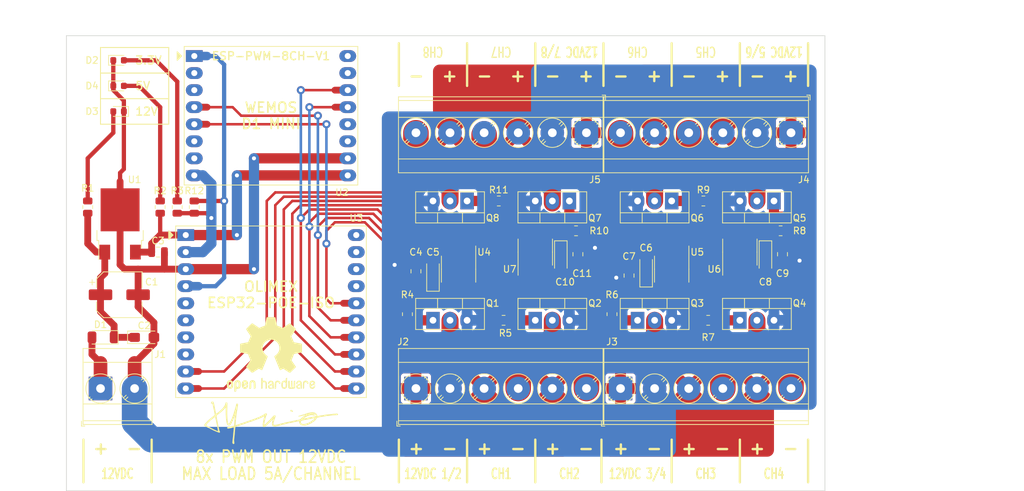
<source format=kicad_pcb>
(kicad_pcb (version 20211014) (generator pcbnew)
  (title_block (title "ESP 6 Relay Module"))
  (layers (0 "F.Cu" signal) (31 "B.Cu" signal) (34 "B.Paste" user) (35 "F.Paste" user) (36 "B.SilkS" user "B.Silkscreen") (37 "F.SilkS" user "F.Silkscreen") (38 "B.Mask" user) (39 "F.Mask" user) (44 "Edge.Cuts" user))
  (net 0 "")
  (net 1 "+12VA")
  (net 2 "GNDREF")
  (net 3 "+5V")
  (net 4 "+12V")
  (net 5 "Net-(D2-Pad2)")
  (net 6 "Net-(D3-Pad2)")
  (net 7 "Net-(D4-Pad2)")
  (net 8 "+VA")
  (net 9 "+VB")
  (net 10 "+VC")
  (net 11 "Net-(J2-Pad4)")
  (net 12 "Net-(Q1-Pad1)")
  (net 13 "Net-(Q2-Pad1)")
  (net 14 "Net-(Q3-Pad1)")
  (net 15 "Net-(Q4-Pad1)")
  (net 16 "+3V3")
  (net 17 "Net-(J2-Pad6)")
  (net 20 "Net-(R8-Pad2)")
  (net 21 "Net-(R9-Pad2)")
  (net 22 "Net-(R12-Pad2)")
  (net 25 "+VD")
  (net 26 "Net-(J3-Pad4)")
  (net 28 "Net-(J3-Pad6)")
  (net 29 "Net-(J4-Pad4)")
  (net 30 "Net-(U2-Pad4)")
  (net 31 "Net-(U2-Pad5)")
  (net 37 "Net-(R6-Pad2)")
  (net 38 "Net-(R7-Pad2)")
  (net 41 "Net-(J4-Pad6)")
  (net 42 "Net-(J5-Pad4)")
  (net 43 "Net-(J5-Pad6)")
  (net 44 "Net-(Q5-Pad1)")
  (net 45 "Net-(Q6-Pad1)")
  (net 46 "Net-(Q7-Pad1)")
  (net 47 "Net-(Q8-Pad1)")
  (net 48 "Net-(R10-Pad2)")
  (net 49 "Net-(R11-Pad2)")
  (net 52 "Net-(U2-Pad13)")
  (net 53 "Net-(U2-Pad14)")
  (net 58 "Net-(R4-Pad2)")
  (net 59 "Net-(R5-Pad2)")
  (net 60 "Net-(U3-Pad9)")
  (net 61 "Net-(U3-Pad10)")
  (net 62 "Net-(U3-Pad11)")
  (net 63 "Net-(U3-Pad12)")
  (footprint "Tales:Olimex_ESP32-POE_Pads" (layer "F.Cu") (at 82.55 93.98)
    (fp_text reference "U3")
    (fp_text value "Olimex_ESP32-POE")
  )
  (footprint "Tales:SOIC-8_3.9x4.9mm_P1.27mm" (layer "F.Cu") (at 165.1 96.52 90)
    (fp_text reference "U6")
    (fp_text value "IR4427")
  )
  (footprint "Tales:C_0805_2012Metric" (layer "F.Cu") (at 171.45 96.835 -90)
    (fp_text reference "C9")
    (fp_text value "0,1uF/50V/0805")
  )
  (footprint "Tales:LED_0603_1608Metric" (layer "F.Cu") (at 72.5425 71.755)
    (fp_text reference "D4")
    (fp_text value "GREEN/0603")
  )
  (footprint "Tales:TO-220-3_Vertical" (layer "F.Cu") (at 134.62 106.68)
    (fp_text reference "Q2")
    (fp_text value "IRLB8721PBF")
  )
  (footprint "Tales:R_0805_2012Metric" (layer "F.Cu") (at 81.28 89.8125 90)
    (fp_text reference "R3")
    (fp_text value "270R/0,125W/0805")
  )
  (footprint "Tales:TerminalBlock_Phoenix_MKDS-3-6-5.08_1x06_P5.08mm_Horizontal" (layer "F.Cu") (at 142.24 78.74 180)
    (fp_text reference "J5")
    (fp_text value "CH7/8")
  )
  (footprint "Tales:SOIC-8_3.9x4.9mm_P1.27mm" (layer "F.Cu") (at 134.62 96.52 90)
    (fp_text reference "U7")
    (fp_text value "IR4427")
  )
  (footprint "Tales:R_0805_2012Metric" (layer "F.Cu") (at 129.8975 106.68 180)
    (fp_text reference "R5")
    (fp_text value "22R/0,125W/0805")
  )
  (footprint "Tales:C_0805_2012Metric" (layer "F.Cu") (at 116.84 99.375 90)
    (fp_text reference "C4")
    (fp_text value "0,1uF/50V/0805")
  )
  (footprint "Tales:TO-220-3_Vertical" (layer "F.Cu") (at 119.38 106.68)
    (fp_text reference "Q1")
    (fp_text value "IRLB8721PBF")
  )
  (footprint "Tales:TO-252-2" (layer "F.Cu") (at 72.765 92.32 90)
    (fp_text reference "U1")
    (fp_text value "L78M05")
  )
  (footprint "Tales:SOIC-8_3.9x4.9mm_P1.27mm" (layer "F.Cu") (at 123.19 99.06 -90)
    (fp_text reference "U4")
    (fp_text value "IR4427")
  )
  (footprint "Tales:CP_EIA-3216-18_Kemet-A_Pad1.58x1.35mm_HandSolder" (layer "F.Cu") (at 151.13 99.2275 90)
    (fp_text reference "C6")
    (fp_text value "1uF 35V")
  )
  (footprint "Tales:R_0805_2012Metric" (layer "F.Cu") (at 146.05 105.7675 90)
    (fp_text reference "R6")
    (fp_text value "22R/0,125W/0805")
  )
  (footprint "Tales:TO-220-3_Vertical" (layer "F.Cu") (at 139.7 88.9 180)
    (fp_text reference "Q7")
    (fp_text value "IRLB8721PBF")
  )
  (footprint "Tales:R_0805_2012Metric" (layer "F.Cu") (at 78.74 89.8125 90)
    (fp_text reference "R2")
    (fp_text value "680R/0,125W/0805")
  )
  (footprint "Tales:R_0805_2012Metric" (layer "F.Cu") (at 83.82 89.8125 90)
    (fp_text reference "R12")
    (fp_text value "4k7/0,125W/0805")
  )
  (footprint "Tales:TO-220-3_Vertical" (layer "F.Cu") (at 165.1 106.68)
    (fp_text reference "Q4")
    (fp_text value "IRLB8721PBF")
  )
  (footprint "Tales:R_0805_2012Metric" (layer "F.Cu") (at 140.6925 93.345 180)
    (fp_text reference "R10")
    (fp_text value "22R/0,125W/0805")
  )
  (footprint "Tales:C_0805_2012Metric" (layer "F.Cu") (at 148.59 100.015 90)
    (fp_text reference "C7")
    (fp_text value "0,1uF/50V/0805")
  )
  (footprint "Tales:CP_EIA-3216-18_Kemet-A_Pad1.58x1.35mm_HandSolder" (layer "F.Cu") (at 138.43 97.3225 -90)
    (fp_text reference "C10")
    (fp_text value "1uF 35V")
  )
  (footprint "Tales:TerminalBlock_Phoenix_MKDS-3-6-5.08_1x06_P5.08mm_Horizontal" (layer "F.Cu") (at 147.32 116.84)
    (fp_text reference "J3")
    (fp_text value "CH3/4")
  )
  (footprint "Tales:TO-220-3_Vertical" (layer "F.Cu") (at 149.86 106.68)
    (fp_text reference "Q3")
    (fp_text value "IRLB8721PBF")
  )
  (footprint "Tales:LED_0603_1608Metric" (layer "F.Cu") (at 72.5425 75.565 180)
    (fp_text reference "D3")
    (fp_text value "GREEN/0603")
  )
  (footprint "Tales:R_0805_2012Metric" (layer "F.Cu") (at 160.3775 106.68 180)
    (fp_text reference "R7")
    (fp_text value "22R/0,125W/0805")
  )
  (footprint "Tales:TerminalBlock_Phoenix_MKDS-3-6-5.08_1x06_P5.08mm_Horizontal" (layer "F.Cu") (at 116.84 116.84)
    (fp_text reference "J2")
    (fp_text value "CH1/2")
  )
  (footprint "Tales:R_0805_2012Metric" (layer "F.Cu") (at 171.1725 93.345 180)
    (fp_text reference "R8")
    (fp_text value "22R/0,125W/0805")
  )
  (footprint "Tales:CP_Elec_6.3x5.4" (layer "F.Cu") (at 72.65 102.87)
    (fp_text reference "C1")
    (fp_text value "47uF/35V/6,3x5,4")
  )
  (footprint "Tales:CP_EIA-3216-18_Kemet-A_Pad1.58x1.35mm_HandSolder" (layer "F.Cu") (at 76.3675 109.22)
    (fp_text reference "C2")
    (fp_text value "0,33uF/35V")
  )
  (footprint "Tales:CP_EIA-3216-18_Kemet-A_Pad1.58x1.35mm_HandSolder" (layer "F.Cu") (at 119.38 99.8625 90)
    (fp_text reference "C5")
    (fp_text value "1uF 35V")
  )
  (footprint "Tales:TerminalBlock_Phoenix_MKDS-3-6-5.08_1x06_P5.08mm_Horizontal" (layer "F.Cu") (at 172.72 78.74 180)
    (fp_text reference "J4")
    (fp_text value "CH5/6")
  )
  (footprint "Tales:WEMOS_D1_mini_light_pads" (layer "F.Cu") (at 83.82 67.31)
    (fp_text reference "U2")
    (fp_text value "WeMos_D1_mini")
  )
  (footprint "Tales:SOIC-8_3.9x4.9mm_P1.27mm" (layer "F.Cu") (at 154.94 99.06 -90)
    (fp_text reference "U5")
    (fp_text value "IR4427")
  )
  (footprint "Tales:D_SOD-123" (layer "F.Cu") (at 70.23 109.22 180)
    (fp_text reference "D1")
    (fp_text value "SM4007PL/SOD-123")
  )
  (footprint "Tales:LED_0603_1608Metric" (layer "F.Cu") (at 72.5425 67.945)
    (fp_text reference "D2")
    (fp_text value "GREEN/0603")
  )
  (footprint "Tales:C_0805_2012Metric" (layer "F.Cu") (at 140.97 96.835 -90)
    (fp_text reference "C11")
    (fp_text value "0,1uF/50V/0805")
  )
  (footprint "Tales:TO-220-3_Vertical" (layer "F.Cu") (at 170.18 88.9 180)
    (fp_text reference "Q5")
    (fp_text value "IRLB8721PBF")
  )
  (footprint "Tales:CP_EIA-3216-18_Kemet-A_Pad1.58x1.35mm_HandSolder" (layer "F.Cu") (at 168.91 97.3225 -90)
    (fp_text reference "C8")
    (fp_text value "1uF 35V")
  )
  (footprint "Tales:C_0805_2012Metric" (layer "F.Cu") (at 78.42 96.52)
    (fp_text reference "C3")
    (fp_text value "0,1uF/50V/0805")
  )
  (footprint "Tales:R_0805_2012Metric" (layer "F.Cu") (at 115.57 105.7675 90)
    (fp_text reference "R4")
    (fp_text value "22R/0,125W/0805")
  )
  (footprint "Tales:TO-220-3_Vertical" (layer "F.Cu") (at 154.94 88.9 180)
    (fp_text reference "Q6")
    (fp_text value "IRLB8721PBF")
  )
  (footprint "Tales:TO-220-3_Vertical" (layer "F.Cu") (at 124.46 88.9 180)
    (fp_text reference "Q8")
    (fp_text value "IRLB8721PBF")
  )
  (footprint "Tales:R_0805_2012Metric" (layer "F.Cu") (at 67.945 89.8125 90)
    (fp_text reference "R1")
    (fp_text value "2k2/0,125W/0805")
  )
  (footprint "Tales:R_0805_2012Metric" (layer "F.Cu") (at 159.6625 88.9)
    (fp_text reference "R9")
    (fp_text value "22R/0,125W/0805")
  )
  (footprint "Tales:R_0805_2012Metric" (layer "F.Cu") (at 129.1825 88.9)
    (fp_text reference "R11")
    (fp_text value "22R/0,125W/0805")
  )
  (footprint "Tales:TMaschio_20mm" (layer "F.Cu") (at 95.25 121.92)
    (fp_text reference "G***" hide)
    (fp_text value "LOGO" hide)
  )
  (footprint "Tales:TerminalBlock_Phoenix_MKDS-3-2-5.08_1x02_P5.08mm_Horizontal" (layer "F.Cu") (at 69.85 116.84)
    (fp_text reference "J1")
    (fp_text value "12VDC")
  )
  (footprint "Symbol:OSHW-Logo2_14.6x12mm_SilkScreen" (layer "F.Cu") (at 95.25 111.76)
    (fp_text reference "REF**" hide)
    (fp_text value "OSHW-Logo2_14.6x12mm_SilkScreen" hide)
  )
  (gr_line (start 69.85 69.85) (end 80.01 69.85) (layer "F.SilkS") (width 0.15))
  (gr_line (start 80.01 77.47) (end 80.01 66.04) (layer "F.SilkS") (width 0.15))
  (gr_line (start 69.85 77.47) (end 80.01 77.47) (layer "F.SilkS") (width 0.15))
  (gr_line (start 80.01 66.04) (end 69.85 66.04) (layer "F.SilkS") (width 0.15))
  (gr_line (start 69.85 73.66) (end 80.01 73.66) (layer "F.SilkS") (width 0.15))
  (gr_line (start 69.85 66.04) (end 69.85 77.47) (layer "F.SilkS") (width 0.15))
  (gr_line (start 165.1 65.405) (end 165.1 71.755) (layer "F.SilkS") (width 0.35))
  (gr_line (start 175.26 65.405) (end 175.26 71.755) (layer "F.SilkS") (width 0.35))
  (gr_line (start 134.62 124.46) (end 134.62 130.81) (layer "F.SilkS") (width 0.35))
  (gr_line (start 114.3 124.46) (end 114.3 130.81) (layer "F.SilkS") (width 0.35))
  (gr_line (start 165.1 124.46) (end 165.1 130.81) (layer "F.SilkS") (width 0.35))
  (gr_line (start 144.78 65.405) (end 144.78 71.755) (layer "F.SilkS") (width 0.35))
  (gr_line (start 154.94 124.46) (end 154.94 130.81) (layer "F.SilkS") (width 0.35))
  (gr_line (start 144.48 124.46) (end 144.48 130.81) (layer "F.SilkS") (width 0.35))
  (gr_line (start 175.26 124.46) (end 175.26 130.81) (layer "F.SilkS") (width 0.35))
  (gr_line (start 124.46 124.46) (end 124.46 130.81) (layer "F.SilkS") (width 0.35))
  (gr_line (start 114.3 65.405) (end 114.3 71.755) (layer "F.SilkS") (width 0.35))
  (gr_line (start 134.62 65.405) (end 134.62 71.755) (layer "F.SilkS") (width 0.35))
  (gr_line (start 154.94 65.405) (end 154.94 71.755) (layer "F.SilkS") (width 0.35))
  (gr_line (start 124.46 65.405) (end 124.46 71.755) (layer "F.SilkS") (width 0.35))
  (gr_line (start 67.31 124.46) (end 67.31 130.81) (layer "F.SilkS") (width 0.35))
  (gr_line (start 77.47 124.46) (end 77.47 130.81) (layer "F.SilkS") (width 0.35))
  (gr_line (start 64.77 132.08) (end 177.77 132.08) (layer "Edge.Cuts") (width 0.1))
  (gr_line (start 177.77 64.28) (end 64.77 64.28) (layer "Edge.Cuts") (width 0.1))
  (gr_line (start 177.77 132.08) (end 177.77 64.28) (layer "Edge.Cuts") (width 0.1))
  (gr_line (start 64.77 64.28) (end 64.77 132.08) (layer "Edge.Cuts") (width 0.1))
  (gr_text "12VDC" (at 72.39 129.54) (layer "F.SilkS") (effects (font (size 1.5 1) (thickness 0.25))))
  (gr_text "8x PWM OUT 12VDC" (at 95.25 127) (layer "F.SilkS") (effects (font (size 1.8 1.5) (thickness 0.25))))
  (gr_text "12V" (at 74.93 75.565) (layer "F.SilkS") (effects (font (size 1.2 1.2) (thickness 0.2)) (justify left)))
  (gr_text "5V" (at 74.93 71.755) (layer "F.SilkS") (effects (font (size 1.2 1.2) (thickness 0.2)) (justify left)))
  (gr_text "3.3V" (at 74.93 67.945) (layer "F.SilkS") (effects (font (size 1.2 1.2) (thickness 0.2)) (justify left)))
  (gr_text "OLIMEX\nESP32-POE-ISO" (at 95.25 102.87) (layer "F.SilkS") (effects (font (size 1.5 1.5) (thickness 0.25))))
  (gr_text "MAX LOAD 5A/CHANNEL" (at 95.25 129.54) (layer "F.SilkS") (effects (font (size 1.8 1.5) (thickness 0.25))))
  (gr_text "+  -" (at 129.54 125.73) (layer "F.SilkS") (effects (font (size 1.8 1.8) (thickness 0.35))))
  (gr_text "CH5" (at 160.02 66.675 180) (layer "F.SilkS") (effects (font (size 1.5 1) (thickness 0.2))))
  (gr_text "CH2" (at 139.7 129.54) (layer "F.SilkS") (effects (font (size 1.5 1) (thickness 0.25))))
  (gr_text "CH8" (at 119.38 66.675 180) (layer "F.SilkS") (effects (font (size 1.5 1) (thickness 0.2))))
  (gr_text "12VDC 7/8" (at 139.7 66.675 180) (layer "F.SilkS") (effects (font (size 1.5 1) (thickness 0.25))))
  (gr_text "CH3" (at 160.02 129.54) (layer "F.SilkS") (effects (font (size 1.5 1) (thickness 0.25))))
  (gr_text "+  -" (at 160.02 125.73) (layer "F.SilkS") (effects (font (size 1.8 1.8) (thickness 0.35))))
  (gr_text "+  -" (at 160.02 70.485 180) (layer "F.SilkS") (effects (font (size 1.8 1.8) (thickness 0.35))))
  (gr_text "+  -" (at 170.18 125.73) (layer "F.SilkS") (effects (font (size 1.8 1.8) (thickness 0.35))))
  (gr_text "+  -" (at 149.86 125.73) (layer "F.SilkS") (effects (font (size 1.8 1.8) (thickness 0.35))))
  (gr_text "+  -" (at 170.18 70.485 180) (layer "F.SilkS") (effects (font (size 1.8 1.8) (thickness 0.35))))
  (gr_text "12VDC 1/2" (at 119.38 129.54) (layer "F.SilkS") (effects (font (size 1.5 1) (thickness 0.25))))
  (gr_text "+  -" (at 72.39 125.73) (layer "F.SilkS") (effects (font (size 1.8 1.8) (thickness 0.35))))
  (gr_text "+  -" (at 119.38 70.485 180) (layer "F.SilkS") (effects (font (size 1.8 1.8) (thickness 0.35))))
  (gr_text "+  -" (at 149.86 70.485 180) (layer "F.SilkS") (effects (font (size 1.8 1.8) (thickness 0.35))))
  (gr_text "+  -" (at 139.7 70.485 180) (layer "F.SilkS") (effects (font (size 1.8 1.8) (thickness 0.35))))
  (gr_text "WEMOS\nD1 MINI" (at 95.25 76.2) (layer "F.SilkS") (effects (font (size 1.5 1.5) (thickness 0.25))))
  (gr_text "+  -" (at 129.54 70.485 180) (layer "F.SilkS") (effects (font (size 1.8 1.8) (thickness 0.35))))
  (gr_text "12VDC 5/6" (at 170.18 66.675 180) (layer "F.SilkS") (effects (font (size 1.5 1) (thickness 0.25))))
  (gr_text "CH4" (at 170.18 129.54) (layer "F.SilkS") (effects (font (size 1.5 1) (thickness 0.25))))
  (gr_text "CH6" (at 149.86 66.675 180) (layer "F.SilkS") (effects (font (size 1.5 1) (thickness 0.2))))
  (gr_text "+  -" (at 119.38 125.73) (layer "F.SilkS") (effects (font (size 1.8 1.8) (thickness 0.35))))
  (gr_text "CH7" (at 129.54 66.675 180) (layer "F.SilkS") (effects (font (size 1.5 1) (thickness 0.2))))
  (gr_text "CH1" (at 129.54 129.54) (layer "F.SilkS") (effects (font (size 1.5 1) (thickness 0.25))))
  (gr_text "+  -" (at 139.7 125.73) (layer "F.SilkS") (effects (font (size 1.8 1.8) (thickness 0.35))))
  (gr_text "ESP-PWM-8CH-V1" (at 95.25 67.31) (layer "F.SilkS") (effects (font (size 1.2 1.2) (thickness 0.2))))
  (gr_text "12VDC 3/4" (at 149.86 129.54) (layer "F.SilkS") (effects (font (size 1.5 1) (thickness 0.25))))
  (segment (start 71.88 107.44) (end 69.85 105.41) (width 1.016) (layer "F.Cu") (net 1))
  (segment (start 70.485 96.52) (end 70.485 99.695) (width 1.016) (layer "F.Cu") (net 1))
  (segment (start 67.945 95.25) (end 67.945 90.805) (width 1.016) (layer "F.Cu") (net 1))
  (segment (start 70.485 96.52) (end 69.215 96.52) (width 1.016) (layer "F.Cu") (net 1))
  (segment (start 69.85 105.41) (end 69.85 102.87) (width 1.016) (layer "F.Cu") (net 1))
  (segment (start 70.485 99.695) (end 69.85 100.33) (width 1.016) (layer "F.Cu") (net 1))
  (segment (start 71.88 109.22) (end 71.88 107.44) (width 1.016) (layer "F.Cu") (net 1))
  (segment (start 69.85 100.33) (end 69.85 102.87) (width 1.016) (layer "F.Cu") (net 1))
  (segment (start 69.215 96.52) (end 67.945 95.25) (width 1.016) (layer "F.Cu") (net 1))
  (segment (start 71.88 109.22) (end 74.93 109.22) (width 1.016) (layer "F.Cu") (net 1))
  (segment (start 154.305 97.79) (end 153.67 98.425) (width 0.635) (layer "F.Cu") (net 2))
  (segment (start 79.375 99.06) (end 73.43 99.06) (width 1.016) (layer "F.Cu") (net 2))
  (segment (start 169.885 97.785) (end 168.91 98.76) (width 0.635) (layer "F.Cu") (net 2))
  (segment (start 147.95 99.065) (end 148.59 99.065) (width 0.635) (layer "F.Cu") (net 2))
  (segment (start 140.97 97.785) (end 139.405 97.785) (width 0.635) (layer "F.Cu") (net 2))
  (segment (start 77.805 107.015) (end 75.45 104.66) (width 1.016) (layer "F.Cu") (net 2))
  (segment (start 71.755 71.755) (end 71.755 72.39) (width 0.635) (layer "F.Cu") (net 2))
  (segment (start 77.805 109.22) (end 77.805 110.155) (width 1.016) (layer "F.Cu") (net 2))
  (segment (start 72.765 84.715) (end 72.765 85.985) (width 0.635) (layer "F.Cu") (net 2))
  (segment (start 73.33 84.15) (end 72.765 84.715) (width 0.635) (layer "F.Cu") (net 2))
  (segment (start 73.33 75.565) (end 73.33 84.15) (width 0.635) (layer "F.Cu") (net 2))
  (segment (start 72.765 85.985) (end 72.765 90.22) (width 1.016) (layer "F.Cu") (net 2))
  (segment (start 71.755 67.945) (end 71.755 71.755) (width 0.635) (layer "F.Cu") (net 2))
  (segment (start 79.375 99.06) (end 82.55 99.06) (width 1.016) (layer "F.Cu") (net 2))
  (segment (start 82.55 99.06) (end 92.71 99.06) (width 1.524) (layer "F.Cu") (net 2))
  (segment (start 139.405 97.785) (end 138.43 98.76) (width 0.635) (layer "F.Cu") (net 2))
  (segment (start 92.71 82.55) (end 106.68 82.55) (width 1.524) (layer "F.Cu") (net 2))
  (segment (start 143.51 95.885) (end 141.61 97.785) (width 0.635) (layer "F.Cu") (net 2))
  (segment (start 173.995 97.785) (end 171.45 97.785) (width 0.635) (layer "F.Cu") (net 2))
  (segment (start 79.37 96.52) (end 79.37 99.055) (width 1.016) (layer "F.Cu") (net 2))
  (segment (start 74.93 116.84) (end 74.93 113.03) (width 2.032) (layer "F.Cu") (net 2))
  (segment (start 165.735 98.995) (end 165.735 100.33) (width 0.635) (layer "F.Cu") (net 2))
  (segment (start 137.16 97.155) (end 138.43 98.425) (width 0.635) (layer "F.Cu") (net 2))
  (segment (start 166.37 100.965) (end 168.275 100.965) (width 0.635) (layer "F.Cu") (net 2))
  (segment (start 151.765 98.425) (end 151.13 97.79) (width 0.635) (layer "F.Cu") (net 2))
  (segment (start 135.255 97.79) (end 135.89 97.155) (width 0.635) (layer "F.Cu") (net 2))
  (segment (start 141.61 97.785) (end 140.97 97.785) (width 0.635) (layer "F.Cu") (net 2))
  (segment (start 121.92 98.425) (end 119.38 98.425) (width 0.635) (layer "F.Cu") (net 2))
  (segment (start 72.765 98.395) (end 72.765 90.22) (width 1.016) (layer "F.Cu") (net 2))
  (segment (start 135.255 98.995) (end 135.255 97.79) (width 0.635) (layer "F.Cu") (net 2))
  (segment (start 171.45 97.785) (end 169.885 97.785) (width 0.635) (layer "F.Cu") (net 2))
  (segment (start 73.33 73.965) (end 73.33 75.565) (width 0.635) (layer "F.Cu") (net 2))
  (segment (start 168.91 100.33) (end 168.91 98.76) (width 0.635) (layer "F.Cu") (net 2))
  (segment (start 119.38 98.425) (end 116.84 98.425) (width 0.635) (layer "F.Cu") (net 2))
  (segment (start 77.805 110.155) (end 74.93 113.03) (width 1.016) (layer "F.Cu") (net 2))
  (segment (start 122.555 97.79) (end 121.92 98.425) (width 0.635) (layer "F.Cu") (net 2))
  (segment (start 135.89 97.155) (end 137.16 97.155) (width 0.635) (layer "F.Cu") (net 2))
  (segment (start 75.45 102.87) (end 75.45 99.06) (width 1.016) (layer "F.Cu") (net 2))
  (segment (start 122.555 96.585) (end 122.555 97.79) (width 0.635) (layer "F.Cu") (net 2))
  (segment (start 148.59 99.065) (end 149.855 99.065) (width 0.635) (layer "F.Cu") (net 2))
  (segment (start 79.37 99.055) (end 79.375 99.06) (width 1.016) (layer "F.Cu") (net 2))
  (segment (start 154.305 96.585) (end 154.305 97.79) (width 0.635) (layer "F.Cu") (net 2))
  (segment (start 77.805 109.22) (end 77.805 107.015) (width 1.016) (layer "F.Cu") (net 2))
  (segment (start 165.735 100.33) (end 166.37 100.965) (width 0.635) (layer "F.Cu") (net 2))
  (segment (start 168.275 100.965) (end 168.91 100.33) (width 0.635) (layer "F.Cu") (net 2))
  (segment (start 146.685 100.33) (end 147.95 99.065) (width 0.635) (layer "F.Cu") (net 2))
  (segment (start 75.45 104.66) (end 75.45 102.87) (width 1.016) (layer "F.Cu") (net 2))
  (segment (start 71.755 72.39) (end 73.33 73.965) (width 0.635) (layer "F.Cu") (net 2))
  (segment (start 73.43 99.06) (end 72.765 98.395) (width 1.016) (layer "F.Cu") (net 2))
  (segment (start 113.665 98.425) (end 116.84 98.425) (width 0.635) (layer "F.Cu") (net 2))
  (segment (start 153.67 98.425) (end 151.765 98.425) (width 0.635) (layer "F.Cu") (net 2))
  (segment (start 149.855 99.065) (end 151.13 97.79) (width 0.635) (layer "F.Cu") (net 2))
  (via (at 173.99 97.79) (size 1.2) (drill 0.6) (layers "F.Cu" "B.Cu") (net 2))
  (via (at 92.71 82.55) (size 1.2) (drill 0.6) (layers "F.Cu" "B.Cu") (net 2))
  (via (at 92.71 99.06) (size 1.2) (drill 0.6) (layers "F.Cu" "B.Cu") (net 2))
  (via (at 146.685 100.33) (size 1.2) (drill 0.6) (layers "F.Cu" "B.Cu") (net 2))
  (via (at 113.665 98.425) (size 1.2) (drill 0.6) (layers "F.Cu" "B.Cu") (net 2))
  (via (at 143.51 95.885) (size 1.2) (drill 0.6) (layers "F.Cu" "B.Cu") (net 2))
  (segment (start 154.94 111.76) (end 152.4 111.76) (width 1.524) (layer "B.Cu") (net 2))
  (segment (start 139.7 109.22) (end 137.16 111.76) (width 1.524) (layer "B.Cu") (net 2))
  (segment (start 121.92 124.46) (end 149.86 124.46) (width 1.524) (layer "B.Cu") (net 2))
  (segment (start 113.665 124.46) (end 121.92 124.46) (width 3.81) (layer "B.Cu") (net 2))
  (segment (start 167.64 111.76) (end 154.94 111.76) (width 1.524) (layer "B.Cu") (net 2))
  (segment (start 124.46 106.68) (end 124.46 111.76) (width 1.524) (layer "B.Cu") (net 2))
  (segment (start 77.47 124.46) (end 74.93 121.92) (width 3.81) (layer "B.Cu") (net 2))
  (segment (start 139.7 106.68) (end 139.7 109.22) (width 1.524) (layer "B.Cu") (net 2))
  (segment (start 167.64 78.74) (end 167.64 83.82) (width 1.524) (layer "B.Cu") (net 2))
  (segment (start 146.685 100.33) (end 146.685 109.22) (width 1.524) (layer "B.Cu") (net 2))
  (segment (start 134.62 83.82) (end 137.16 83.82) (width 1.524) (layer "B.Cu") (net 2))
  (segment (start 149.86 124.46) (end 152.4 121.92) (width 1.524) (layer "B.Cu") (net 2))
  (segment (start 143.51 95.885) (end 143.51 86.36) (width 1.524) (layer "B.Cu") (net 2))
  (segment (start 149.225 111.76) (end 152.4 111.76) (width 1.524) (layer "B.Cu") (net 2))
  (segment (start 139.7 71.12) (end 137.16 73.66) (width 1.524) (layer "B.Cu") (net 2))
  (segment (start 113.665 98.425) (end 113.665 109.22) (width 1.524) (layer "B.Cu") (net 2))
  (segment (start 170.18 106.68) (end 170.18 109.22) (width 1.524) (layer "B.Cu") (net 2))
  (segment (start 152.4 116.84) (end 152.4 111.76) (width 1.524) (layer "B.Cu") (net 2))
  (segment (start 167.64 73.66) (end 165.1 71.12) (width 1.524) (layer "B.Cu") (net 2))
  (segment (start 113.665 109.22) (end 116.205 111.76) (width 1.524) (layer "B.Cu") (net 2))
  (segment (start 113.665 86.995) (end 116.84 83.82) (width 1.524) (layer "B.Cu") (net 2))
  (segment (start 134.62 88.9) (end 134.62 83.82) (width 1.524) (layer "B.Cu") (net 2))
  (segment (start 137.16 111.76) (end 124.46 111.76) (width 1.524) (layer "B.Cu") (net 2))
  (segment (start 137.16 78.74) (end 137.16 83.82) (width 1.524) (layer "B.Cu") (net 2))
  (segment (start 149.86 86.36) (end 152.4 83.82) (width 1.524) (layer "B.Cu") (net 2))
  (segment (start 165.1 83.82) (end 167.64 83.82) (width 1.524) (layer "B.Cu") (net 2))
  (segment (start 116.205 111.76) (end 121.92 111.76) (width 1.524) (layer "B.Cu") (net 2))
  (segment (start 119.38 88.9) (end 119.38 83.82) (width 1.524) (layer "B.Cu") (net 2))
  (segment (start 121.92 111.76) (end 121.92 116.84) (width 1.524) (layer "B.Cu") (net 2))
  (segment (start 74.93 121.92) (end 74.93 116.84) (width 3.81) (layer "B.Cu") (net 2))
  (segment (start 152.4 83.82) (end 165.1 83.82) (width 1.524) (layer "B.Cu") (net 2))
  (segment (start 165.1 88.9) (end 165.1 83.82) (width 1.524) (layer "B.Cu") (net 2))
  (segment (start 119.38 83.82) (end 134.62 83.82) (width 1.524) (layer "B.Cu") (net 2))
  (segment (start 170.18 109.22) (end 167.64 111.76) (width 1.524) (layer "B.Cu") (net 2))
  (segment (start 121.92 116.84) (end 121.92 124.46) (width 1.524) (layer "B.Cu") (net 2))
  (segment (start 137.16 73.66) (end 137.16 78.74) (width 1.524) (layer "B.Cu") (net 2))
  (segment (start 116.84 83.82) (end 119.38 83.82) (width 1.524) (layer "B.Cu") (net 2))
  (segment (start 113.665 86.995) (end 113.665 98.425) (width 1.524) (layer "B.Cu") (net 2))
  (segment (start 173.99 97.79) (end 173.99 86.36) (width 1.524) (layer "B.Cu") (net 2))
  (segment (start 121.92 111.76) (end 124.46 111.76) (width 1.524) (layer "B.Cu") (net 2))
  (segment (start 143.51 86.36) (end 140.97 83.82) (width 1.524) (layer "B.Cu") (net 2))
  (segment (start 140.97 83.82) (end 137.16 83.82) (width 1.524) (layer "B.Cu") (net 2))
  (segment (start 77.47 124.46) (end 113.665 124.46) (width 3.81) (layer "B.Cu") (net 2))
  (segment (start 171.45 83.82) (end 167.64 83.82) (width 1.524) (layer "B.Cu") (net 2))
  (segment (start 152.4 121.92) (end 152.4 116.84) (width 1.524) (layer "B.Cu") (net 2))
  (segment (start 167.64 78.74) (end 167.64 73.66) (width 1.524) (layer "B.Cu") (net 2))
  (segment (start 149.86 88.9) (end 149.86 86.36) (width 1.524) (layer "B.Cu") (net 2))
  (segment (start 165.1 71.12) (end 139.7 71.12) (width 1.524) (layer "B.Cu") (net 2))
  (segment (start 146.685 109.22) (end 149.225 111.76) (width 1.524) (layer "B.Cu") (net 2))
  (segment (start 173.99 86.36) (end 171.45 83.82) (width 1.524) (layer "B.Cu") (net 2))
  (segment (start 154.94 106.68) (end 154.94 111.76) (width 1.524) (layer "B.Cu") (net 2))
  (segment (start 92.71 99.06) (end 92.71 82.55) (width 1.524) (layer "B.Cu") (net 2))
  (segment (start 78.74 93.98) (end 82.55 93.98) (width 1.016) (layer "F.Cu") (net 3))
  (segment (start 77.47 95.25) (end 78.74 93.98) (width 1.016) (layer "F.Cu") (net 3))
  (segment (start 77.47 96.52) (end 77.47 95.25) (width 1.016) (layer "F.Cu") (net 3))
  (segment (start 90.17 93.98) (end 82.55 93.98) (width 1.524) (layer "F.Cu") (net 3))
  (segment (start 78.74 90.725) (end 78.74 93.98) (width 0.635) (layer "F.Cu") (net 3))
  (segment (start 106.68 85.09) (end 90.17 85.09) (width 1.524) (layer "F.Cu") (net 3))
  (segment (start 75.045 96.52) (end 77.47 96.52) (width 1.016) (layer "F.Cu") (net 3))
  (via (at 90.17 85.09) (size 1.2) (drill 0.6) (layers "F.Cu" "B.Cu") (net 3))
  (via (at 90.17 93.98) (size 1.2) (drill 0.6) (layers "F.Cu" "B.Cu") (net 3))
  (segment (start 90.17 85.09) (end 90.17 93.98) (width 1.524) (layer "B.Cu") (net 3))
  (segment (start 69.85 116.84) (end 69.85 113.03) (width 2.032) (layer "F.Cu") (net 4))
  (segment (start 68.58 109.22) (end 68.58 111.76) (width 1.016) (layer "F.Cu") (net 4))
  (segment (start 68.58 111.76) (end 69.85 113.03) (width 1.016) (layer "F.Cu") (net 4))
  (segment (start 78.105 67.945) (end 81.28 71.12) (width 0.635) (layer "F.Cu") (net 5))
  (segment (start 81.28 71.12) (end 81.28 88.9) (width 0.635) (layer "F.Cu") (net 5))
  (segment (start 73.33 67.945) (end 78.105 67.945) (width 0.635) (layer "F.Cu") (net 5))
  (segment (start 71.755 75.565) (end 71.755 78.74) (width 0.635) (layer "F.Cu") (net 6))
  (segment (start 71.755 78.74) (end 67.945 82.55) (width 0.635) (layer "F.Cu") (net 6))
  (segment (start 67.945 82.55) (end 67.945 88.9) (width 0.635) (layer "F.Cu") (net 6))
  (segment (start 73.33 71.755) (end 75.565 71.755) (width 0.635) (layer "F.Cu") (net 7))
  (segment (start 75.565 71.755) (end 78.74 74.93) (width 0.635) (layer "F.Cu") (net 7))
  (segment (start 78.74 74.93) (end 78.74 88.9) (width 0.635) (layer "F.Cu") (net 7))
  (segment (start 116.84 116.84) (end 116.84 121.92) (width 1.524) (layer "F.Cu") (net 8))
  (segment (start 119.38 100.33) (end 120.015 100.33) (width 0.635) (layer "F.Cu") (net 8))
  (segment (start 116.84 121.92) (end 119.38 124.46) (width 1.524) (layer "F.Cu") (net 8))
  (segment (start 134.62 124.46) (end 137.16 121.92) (width 1.524) (layer "F.Cu") (net 8))
  (segment (start 116.84 116.84) (end 116.84 111.76) (width 1.524) (layer "F.Cu") (net 8))
  (segment (start 115.575 100.325) (end 116.84 100.325) (width 0.635) (layer "F.Cu") (net 8))
  (segment (start 120.015 100.33) (end 120.65 99.695) (width 0.635) (layer "F.Cu") (net 8))
  (segment (start 137.16 121.92) (end 137.16 116.84) (width 1.524) (layer "F.Cu") (net 8))
  (segment (start 116.84 100.325) (end 118.11 100.33) (width 0.635) (layer "F.Cu") (net 8))
  (segment (start 121.92 99.695) (end 120.65 99.695) (width 0.635) (layer "F.Cu") (net 8))
  (segment (start 116.84 111.76) (end 113.665 108.585) (width 1.524) (layer "F.Cu") (net 8))
  (segment (start 118.11 100.33) (end 119.38 100.33) (width 0.635) (layer "F.Cu") (net 8))
  (segment (start 127 116.84) (end 127 124.46) (width 1.524) (layer "F.Cu") (net 8))
  (segment (start 122.555 101.535) (end 122.555 100.33) (width 0.635) (layer "F.Cu") (net 8))
  (segment (start 113.665 108.585) (end 113.665 102.235) (width 1.524) (layer "F.Cu") (net 8))
  (segment (start 122.555 100.33) (end 121.92 99.695) (width 0.635) (layer "F.Cu") (net 8))
  (segment (start 113.665 102.235) (end 115.575 100.325) (width 0.635) (layer "F.Cu") (net 8))
  (segment (start 119.38 100.33) (end 119.38 101.3) (width 0.635) (layer "F.Cu") (net 8))
  (segment (start 119.38 124.46) (end 134.62 124.46) (width 1.524) (layer "F.Cu") (net 8))
  (segment (start 147.32 121.92) (end 149.86 124.46) (width 1.524) (layer "F.Cu") (net 9))
  (segment (start 148.59 100.965) (end 150.83 100.965) (width 0.635) (layer "F.Cu") (net 9))
  (segment (start 154.305 101.535) (end 154.305 100.33) (width 0.635) (layer "F.Cu") (net 9))
  (segment (start 154.305 100.33) (end 153.67 99.695) (width 0.635) (layer "F.Cu") (net 9))
  (segment (start 153.67 99.695) (end 152.1 99.695) (width 0.635) (layer "F.Cu") (net 9))
  (segment (start 152.1 99.695) (end 151.13 100.665) (width 0.635) (layer "F.Cu") (net 9))
  (segment (start 147.32 110.49) (end 147.32 116.84) (width 1.524) (layer "F.Cu") (net 9))
  (segment (start 147.955 102.87) (end 145.415 102.87) (width 0.635) (layer "F.Cu") (net 9))
  (segment (start 147.32 116.84) (end 147.32 121.92) (width 1.524) (layer "F.Cu") (net 9))
  (segment (start 148.59 102.235) (end 147.955 102.87) (width 0.635) (layer "F.Cu") (net 9))
  (segment (start 145.415 102.87) (end 144.145 104.14) (width 0.635) (layer "F.Cu") (net 9))
  (segment (start 149.86 124.46) (end 165.1 124.46) (width 1.524) (layer "F.Cu") (net 9))
  (segment (start 148.59 100.965) (end 148.59 102.235) (width 0.635) (layer "F.Cu") (net 9))
  (segment (start 144.145 104.14) (end 144.145 107.315) (width 1.524) (layer "F.Cu") (net 9))
  (segment (start 165.1 124.46) (end 167.64 121.92) (width 1.524) (layer "F.Cu") (net 9))
  (segment (start 144.145 107.315) (end 147.32 110.49) (width 1.524) (layer "F.Cu") (net 9))
  (segment (start 157.48 116.84) (end 157.48 124.46) (width 1.524) (layer "F.Cu") (net 9))
  (segment (start 167.64 121.92) (end 167.64 116.84) (width 1.524) (layer "F.Cu") (net 9))
  (segment (start 173.99 85.09) (end 172.72 83.82) (width 1.524) (layer "F.Cu") (net 10))
  (segment (start 171.45 95.885) (end 172.72 95.885) (width 0.635) (layer "F.Cu") (net 10))
  (segment (start 162.56 71.12) (end 162.56 78.74) (width 1.524) (layer "F.Cu") (net 10))
  (segment (start 173.99 94.615) (end 173.99 85.09) (width 1.524) (layer "F.Cu") (net 10))
  (segment (start 152.4 74.93) (end 152.4 78.74) (width 1.524) (layer "F.Cu") (net 10))
  (segment (start 172.72 78.74) (end 172.72 74.93) (width 1.524) (layer "F.Cu") (net 10))
  (segment (start 168.91 71.12) (end 162.56 71.12) (width 1.524) (layer "F.Cu") (net 10))
  (segment (start 172.72 95.885) (end 173.99 94.615) (width 0.635) (layer "F.Cu") (net 10))
  (segment (start 162.56 71.12) (end 156.21 71.12) (width 1.524) (layer "F.Cu") (net 10))
  (segment (start 172.72 74.93) (end 168.91 71.12) (width 1.524) (layer "F.Cu") (net 10))
  (segment (start 165.735 94.769676) (end 165.735 94.045) (width 0.635) (layer "F.Cu") (net 10))
  (segment (start 168.91 95.885) (end 166.850324 95.885) (width 0.635) (layer "F.Cu") (net 10))
  (segment (start 172.72 83.82) (end 172.72 78.74) (width 1.524) (layer "F.Cu") (net 10))
  (segment (start 156.21 71.12) (end 152.4 74.93) (width 1.524) (layer "F.Cu") (net 10))
  (segment (start 166.850324 95.885) (end 165.735 94.769676) (width 0.635) (layer "F.Cu") (net 10))
  (segment (start 171.45 95.885) (end 168.91 95.885) (width 0.635) (layer "F.Cu") (net 10))
  (segment (start 121.92 106.68) (end 121.92 111.125) (width 2.54) (layer "F.Cu") (net 11))
  (segment (start 129.54 111.125) (end 132.08 113.665) (width 3.81) (layer "F.Cu") (net 11))
  (segment (start 132.08 113.665) (end 132.08 116.84) (width 3.81) (layer "F.Cu") (net 11))
  (segment (start 121.92 111.125) (end 129.54 111.125) (width 3.81) (layer "F.Cu") (net 11))
  (segment (start 117.475 106.68) (end 119.38 106.68) (width 1.524) (layer "F.Cu") (net 12))
  (segment (start 115.57 106.68) (end 117.475 106.68) (width 0.635) (layer "F.Cu") (net 12))
  (segment (start 130.81 106.68) (end 132.715 106.68) (width 0.635) (layer "F.Cu") (net 13))
  (segment (start 132.715 106.68) (end 134.62 106.68) (width 1.524) (layer "F.Cu") (net 13))
  (segment (start 146.05 106.68) (end 147.955 106.68) (width 0.635) (layer "F.Cu") (net 14))
  (segment (start 147.955 106.68) (end 149.86 106.68) (width 1.524) (layer "F.Cu") (net 14))
  (segment (start 161.29 106.68) (end 163.195 106.68) (width 0.635) (layer "F.Cu") (net 15))
  (segment (start 163.195 106.68) (end 165.1 106.68) (width 1.524) (layer "F.Cu") (net 15))
  (segment (start 86.36 91.44) (end 85.645 90.725) (width 0.635) (layer "F.Cu") (net 16))
  (segment (start 85.645 90.725) (end 81.28 90.725) (width 0.635) (layer "F.Cu") (net 16))
  (via (at 86.36 91.44) (size 1.2) (drill 0.6) (layers "F.Cu" "B.Cu") (net 16))
  (segment (start 86.36 91.44) (end 86.36 95.25) (width 1.524) (layer "B.Cu") (net 16))
  (segment (start 85.09 85.09) (end 83.82 85.09) (width 1.524) (layer "B.Cu") (net 16))
  (segment (start 86.36 91.44) (end 86.36 86.36) (width 1.524) (layer "B.Cu") (net 16))
  (segment (start 85.09 96.52) (end 82.55 96.52) (width 1.524) (layer "B.Cu") (net 16))
  (segment (start 86.36 86.36) (end 85.09 85.09) (width 1.524) (layer "B.Cu") (net 16))
  (segment (start 86.36 95.25) (end 85.09 96.52) (width 1.524) (layer "B.Cu") (net 16))
  (segment (start 140.335 111.125) (end 137.16 111.125) (width 3.81) (layer "F.Cu") (net 17))
  (segment (start 142.24 116.84) (end 142.24 113.03) (width 3.81) (layer "F.Cu") (net 17))
  (segment (start 137.16 106.68) (end 137.16 111.125) (width 2.54) (layer "F.Cu") (net 17))
  (segment (start 142.24 113.03) (end 140.335 111.125) (width 3.81) (layer "F.Cu") (net 17))
  (segment (start 168.21 94.045) (end 168.91 93.345) (width 0.635) (layer "F.Cu") (net 20))
  (segment (start 167.005 94.045) (end 168.21 94.045) (width 0.635) (layer "F.Cu") (net 20))
  (segment (start 168.91 93.345) (end 170.26 93.345) (width 0.635) (layer "F.Cu") (net 20))
  (segment (start 164.465 94.045) (end 164.465 92.075) (width 0.635) (layer "F.Cu") (net 21))
  (segment (start 164.465 92.075) (end 163.83 91.44) (width 0.635) (layer "F.Cu") (net 21))
  (segment (start 163.83 91.44) (end 161.29 91.44) (width 0.635) (layer "F.Cu") (net 21))
  (segment (start 160.575 90.725) (end 160.575 88.9) (width 0.635) (layer "F.Cu") (net 21))
  (segment (start 161.29 91.44) (end 160.575 90.725) (width 0.635) (layer "F.Cu") (net 21))
  (segment (start 83.82 88.9) (end 88.265 88.9) (width 0.635) (layer "F.Cu") (net 22))
  (via (at 88.265 88.9) (size 1.2) (drill 0.6) (layers "F.Cu" "B.Cu") (net 22))
  (segment (start 88.265 100.33) (end 88.265 88.9) (width 0.635) (layer "B.Cu") (net 22))
  (segment (start 85.725 67.31) (end 86.995 67.31) (width 0.635) (layer "B.Cu") (net 22))
  (segment (start 84.455 101.6) (end 86.995 101.6) (width 0.635) (layer "B.Cu") (net 22))
  (segment (start 84.455 101.6) (end 82.55 101.6) (width 1.27) (layer "B.Cu") (net 22))
  (segment (start 88.265 68.58) (end 88.265 88.9) (width 0.635) (layer "B.Cu") (net 22))
  (segment (start 86.995 67.31) (end 88.265 68.58) (width 0.635) (layer "B.Cu") (net 22))
  (segment (start 86.995 101.6) (end 88.265 100.33) (width 0.635) (layer "B.Cu") (net 22))
  (segment (start 83.82 67.31) (end 85.725 67.31) (width 1.27) (layer "B.Cu") (net 22))
  (segment (start 140.97 95.885) (end 138.43 95.885) (width 0.635) (layer "F.Cu") (net 25))
  (segment (start 139.7 71.12) (end 124.46 71.12) (width 1.524) (layer "F.Cu") (net 25))
  (segment (start 142.24 78.74) (end 142.24 73.66) (width 1.524) (layer "F.Cu") (net 25))
  (segment (start 135.89 95.885) (end 138.43 95.885) (width 0.635) (layer "F.Cu") (net 25))
  (segment (start 142.24 78.74) (end 142.24 83.82) (width 1.524) (layer "F.Cu") (net 25))
  (segment (start 142.24 73.66) (end 139.7 71.12) (width 1.524) (layer "F.Cu") (net 25))
  (segment (start 121.92 73.66) (end 121.92 78.74) (width 1.524) (layer "F.Cu") (net 25))
  (segment (start 124.46 71.12) (end 121.92 73.66) (width 1.524) (layer "F.Cu") (net 25))
  (segment (start 143.51 85.09) (end 143.51 93.345) (width 1.524) (layer "F.Cu") (net 25))
  (segment (start 142.24 83.82) (end 143.51 85.09) (width 1.524) (layer "F.Cu") (net 25))
  (segment (start 143.51 93.345) (end 140.97 95.885) (width 0.635) (layer "F.Cu") (net 25))
  (segment (start 135.255 95.25) (end 135.89 95.885) (width 0.635) (layer "F.Cu") (net 25))
  (segment (start 135.255 94.045) (end 135.255 95.25) (width 0.635) (layer "F.Cu") (net 25))
  (segment (start 132.08 78.74) (end 132.08 71.12) (width 1.524) (layer "F.Cu") (net 25))
  (segment (start 152.4 106.68) (end 152.4 111.125) (width 2.54) (layer "F.Cu") (net 26))
  (segment (start 160.02 111.125) (end 162.56 113.665) (width 3.81) (layer "F.Cu") (net 26))
  (segment (start 162.56 113.665) (end 162.56 116.84) (width 3.81) (layer "F.Cu") (net 26))
  (segment (start 152.4 111.125) (end 160.02 111.125) (width 3.81) (layer "F.Cu") (net 26))
  (segment (start 172.72 116.84) (end 172.72 113.03) (width 3.81) (layer "F.Cu") (net 28))
  (segment (start 170.815 111.125) (end 167.64 111.125) (width 3.81) (layer "F.Cu") (net 28))
  (segment (start 172.72 113.03) (end 170.815 111.125) (width 3.81) (layer "F.Cu") (net 28))
  (segment (start 167.64 106.68) (end 167.64 111.125) (width 2.54) (layer "F.Cu") (net 28))
  (segment (start 167.64 84.455) (end 160.02 84.455) (width 3.81) (layer "F.Cu") (net 29))
  (segment (start 157.48 81.915) (end 157.48 78.74) (width 3.81) (layer "F.Cu") (net 29))
  (segment (start 160.02 84.455) (end 157.48 81.915) (width 3.81) (layer "F.Cu") (net 29))
  (segment (start 167.64 88.9) (end 167.64 84.455) (width 2.54) (layer "F.Cu") (net 29))
  (segment (start 104.14 106.68) (end 102.235 104.775) (width 0.381) (layer "F.Cu") (net 30))
  (segment (start 106.045 106.68) (end 104.14 106.68) (width 0.381) (layer "F.Cu") (net 30))
  (segment (start 109.855 91.44) (end 113.03 94.615) (width 0.381) (layer "F.Cu") (net 30))
  (segment (start 102.235 104.775) (end 102.235 93.98) (width 0.381) (layer "F.Cu") (net 30))
  (segment (start 83.82 74.93) (end 85.725 74.93) (width 1.016) (layer "F.Cu") (net 30))
  (segment (start 106.045 106.68) (end 107.95 106.68) (width 1.016) (layer "F.Cu") (net 30))
  (segment (start 123.19 94.615) (end 123.825 95.25) (width 0.381) (layer "F.Cu") (net 30))
  (segment (start 102.235 93.98) (end 102.235 92.71) (width 0.381) (layer "F.Cu") (net 30))
  (segment (start 113.03 94.615) (end 123.19 94.615) (width 0.381) (layer "F.Cu") (net 30))
  (segment (start 90.805 76.2) (end 89.535 74.93) (width 0.381) (layer "F.Cu") (net 30))
  (segment (start 89.535 74.93) (end 85.725 74.93) (width 0.381) (layer "F.Cu") (net 30))
  (segment (start 123.825 95.25) (end 123.825 96.585) (width 0.381) (layer "F.Cu") (net 30))
  (segment (start 102.235 76.2) (end 90.805 76.2) (width 0.381) (layer "F.Cu") (net 30))
  (segment (start 102.235 92.71) (end 103.505 91.44) (width 0.381) (layer "F.Cu") (net 30))
  (segment (start 103.505 91.44) (end 109.855 91.44) (width 0.381) (layer "F.Cu") (net 30))
  (via (at 102.235 93.98) (size 1.2) (drill 0.6) (layers "F.Cu" "B.Cu") (net 30))
  (via (at 102.235 76.2) (size 1.2) (drill 0.6) (layers "F.Cu" "B.Cu") (net 30))
  (segment (start 102.235 93.98) (end 102.235 76.2) (width 0.381) (layer "B.Cu") (net 30))
  (segment (start 103.505 95.25) (end 103.505 103.505) (width 0.381) (layer "F.Cu") (net 31))
  (segment (start 103.505 93.345) (end 103.505 95.25) (width 0.381) (layer "F.Cu") (net 31))
  (segment (start 104.14 104.14) (end 106.045 104.14) (width 0.381) (layer "F.Cu") (net 31))
  (segment (start 112.395 95.25) (end 109.22 92.075) (width 0.381) (layer "F.Cu") (net 31))
  (segment (start 104.775 92.075) (end 103.505 93.345) (width 0.381) (layer "F.Cu") (net 31))
  (segment (start 83.82 77.47) (end 85.725 77.47) (width 1.016) (layer "F.Cu") (net 31))
  (segment (start 103.505 103.505) (end 104.14 104.14) (width 0.381) (layer "F.Cu") (net 31))
  (segment (start 109.22 92.075) (end 104.775 92.075) (width 0.381) (layer "F.Cu") (net 31))
  (segment (start 106.045 104.14) (end 107.95 104.14) (width 1.016) (layer "F.Cu") (net 31))
  (segment (start 121.285 96.52) (end 120.015 95.25) (width 0.381) (layer "F.Cu") (net 31))
  (segment (start 103.505 77.47) (end 85.725 77.47) (width 0.381) (layer "F.Cu") (net 31))
  (segment (start 120.015 95.25) (end 112.395 95.25) (width 0.381) (layer "F.Cu") (net 31))
  (via (at 103.505 77.47) (size 1.2) (drill 0.6) (layers "F.Cu" "B.Cu") (net 31))
  (via (at 103.505 95.25) (size 1.2) (drill 0.6) (layers "F.Cu" "B.Cu") (net 31))
  (segment (start 103.505 95.25) (end 103.505 77.47) (width 0.381) (layer "B.Cu") (net 31))
  (segment (start 147.875 104.855) (end 146.05 104.855) (width 0.635) (layer "F.Cu") (net 37))
  (segment (start 149.225 103.505) (end 147.875 104.855) (width 0.635) (layer "F.Cu") (net 37))
  (segment (start 152.4 103.505) (end 149.225 103.505) (width 0.635) (layer "F.Cu") (net 37))
  (segment (start 153.035 101.535) (end 153.035 102.87) (width 0.635) (layer "F.Cu") (net 37))
  (segment (start 153.035 102.87) (end 152.4 103.505) (width 0.635) (layer "F.Cu") (net 37))
  (segment (start 155.575 103.505) (end 156.21 104.14) (width 0.635) (layer "F.Cu") (net 38))
  (segment (start 159.465 104.855) (end 159.465 106.68) (width 0.635) (layer "F.Cu") (net 38))
  (segment (start 155.575 101.535) (end 155.575 103.505) (width 0.635) (layer "F.Cu") (net 38))
  (segment (start 158.75 104.14) (end 159.465 104.855) (width 0.635) (layer "F.Cu") (net 38))
  (segment (start 156.21 104.14) (end 158.75 104.14) (width 0.635) (layer "F.Cu") (net 38))
  (segment (start 147.32 81.915) (end 149.86 84.455) (width 3.81) (layer "F.Cu") (net 41))
  (segment (start 149.86 84.455) (end 152.4 84.455) (width 3.81) (layer "F.Cu") (net 41))
  (segment (start 147.32 81.915) (end 147.32 78.74) (width 3.81) (layer "F.Cu") (net 41))
  (segment (start 152.4 88.9) (end 152.4 84.455) (width 2.54) (layer "F.Cu") (net 41))
  (segment (start 129.54 84.755) (end 127 82.215) (width 3.81) (layer "F.Cu") (net 42))
  (segment (start 137.16 84.755) (end 129.54 84.755) (width 3.81) (layer "F.Cu") (net 42))
  (segment (start 127 82.215) (end 127 79.04) (width 3.81) (layer "F.Cu") (net 42))
  (segment (start 137.16 89.2) (end 137.16 84.755) (width 2.54) (layer "F.Cu") (net 42))
  (segment (start 116.84 81.915) (end 116.84 78.74) (width 3.81) (layer "F.Cu") (net 43))
  (segment (start 121.92 88.9) (end 121.92 84.455) (width 2.54) (layer "F.Cu") (net 43))
  (segment (start 116.84 81.915) (end 119.38 84.455) (width 3.81) (layer "F.Cu") (net 43))
  (segment (start 119.38 84.455) (end 121.92 84.455) (width 3.81) (layer "F.Cu") (net 43))
  (segment (start 170.18 90.805) (end 170.18 88.9) (width 1.524) (layer "F.Cu") (net 44))
  (segment (start 172.085 93.345) (end 172.085 91.44) (width 0.635) (layer "F.Cu") (net 44))
  (segment (start 172.085 91.44) (end 171.45 90.805) (width 0.635) (layer "F.Cu") (net 44))
  (segment (start 171.45 90.805) (end 170.18 90.805) (width 0.635) (layer "F.Cu") (net 44))
  (segment (start 158.75 88.9) (end 156.845 88.9) (width 0.635) (layer "F.Cu") (net 45))
  (segment (start 154.94 88.9) (end 156.845 88.9) (width 1.524) (layer "F.Cu") (net 45))
  (segment (start 141.605 91.44) (end 140.97 90.805) (width 0.635) (layer "F.Cu") (net 46))
  (segment (start 141.605 93.345) (end 141.605 91.44) (width 0.635) (layer "F.Cu") (net 46))
  (segment (start 140.97 90.805) (end 139.7 90.805) (width 0.635) (layer "F.Cu") (net 46))
  (segment (start 139.7 90.805) (end 139.7 88.9) (width 1.524) (layer "F.Cu") (net 46))
  (segment (start 128.27 88.9) (end 126.365 88.9) (width 0.635) (layer "F.Cu") (net 47))
  (segment (start 126.365 88.9) (end 124.46 88.9) (width 1.524) (layer "F.Cu") (net 47))
  (segment (start 138.43 93.345) (end 139.78 93.345) (width 0.635) (layer "F.Cu") (net 48))
  (segment (start 136.525 94.045) (end 137.73 94.045) (width 0.635) (layer "F.Cu") (net 48))
  (segment (start 137.73 94.045) (end 138.43 93.345) (width 0.635) (layer "F.Cu") (net 48))
  (segment (start 130.81 91.44) (end 130.095 90.725) (width 0.635) (layer "F.Cu") (net 49))
  (segment (start 130.095 90.725) (end 130.095 88.9) (width 0.635) (layer "F.Cu") (net 49))
  (segment (start 133.985 92.075) (end 133.35 91.44) (width 0.635) (layer "F.Cu") (net 49))
  (segment (start 133.35 91.44) (end 130.81 91.44) (width 0.635) (layer "F.Cu") (net 49))
  (segment (start 133.985 94.045) (end 133.985 92.075) (width 0.635) (layer "F.Cu") (net 49))
  (segment (start 153.035 95.25) (end 152.4 94.615) (width 0.381) (layer "F.Cu") (net 52))
  (segment (start 125.095 93.98) (end 113.665 93.98) (width 0.381) (layer "F.Cu") (net 52))
  (segment (start 153.035 96.52) (end 153.035 95.25) (width 0.381) (layer "F.Cu") (net 52))
  (segment (start 113.665 93.98) (end 110.49 90.805) (width 0.381) (layer "F.Cu") (net 52))
  (segment (start 100.965 106.045) (end 104.14 109.22) (width 0.381) (layer "F.Cu") (net 52))
  (segment (start 102.235 90.805) (end 100.965 92.075) (width 0.381) (layer "F.Cu") (net 52))
  (segment (start 104.775 74.93) (end 106.68 74.93) (width 1.016) (layer "F.Cu") (net 52))
  (segment (start 100.965 92.71) (end 100.965 106.045) (width 0.381) (layer "F.Cu") (net 52))
  (segment (start 106.045 109.22) (end 107.95 109.22) (width 1.016) (layer "F.Cu") (net 52))
  (segment (start 110.49 90.805) (end 102.235 90.805) (width 0.381) (layer "F.Cu") (net 52))
  (segment (start 127.635 101.6) (end 127.635 96.52) (width 0.381) (layer "F.Cu") (net 52))
  (segment (start 150.495 94.615) (end 141.605 103.505) (width 0.381) (layer "F.Cu") (net 52))
  (segment (start 129.54 103.505) (end 127.635 101.6) (width 0.381) (layer "F.Cu") (net 52))
  (segment (start 104.14 109.22) (end 106.045 109.22) (width 0.381) (layer "F.Cu") (net 52))
  (segment (start 141.605 103.505) (end 129.54 103.505) (width 0.381) (layer "F.Cu") (net 52))
  (segment (start 127.635 96.52) (end 125.095 93.98) (width 0.381) (layer "F.Cu") (net 52))
  (segment (start 152.4 94.615) (end 150.495 94.615) (width 0.381) (layer "F.Cu") (net 52))
  (segment (start 100.965 92.075) (end 100.965 92.71) (width 0.381) (layer "F.Cu") (net 52))
  (segment (start 100.965 74.93) (end 104.775 74.93) (width 0.381) (layer "F.Cu") (net 52))
  (via (at 100.965 92.71) (size 1.2) (drill 0.6) (layers "F.Cu" "B.Cu") (net 52))
  (via (at 100.965 74.93) (size 1.2) (drill 0.6) (layers "F.Cu" "B.Cu") (net 52))
  (segment (start 100.965 92.71) (end 100.965 74.93) (width 0.381) (layer "B.Cu") (net 52))
  (segment (start 114.3 93.345) (end 111.125 90.17) (width 0.381) (layer "F.Cu") (net 53))
  (segment (start 111.125 90.17) (end 100.965 90.17) (width 0.381) (layer "F.Cu") (net 53))
  (segment (start 99.695 72.39) (end 104.775 72.39) (width 0.381) (layer "F.Cu") (net 53))
  (segment (start 100.965 90.17) (end 99.695 91.44) (width 0.381) (layer "F.Cu") (net 53))
  (segment (start 106.045 111.76) (end 107.95 111.76) (width 1.016) (layer "F.Cu") (net 53))
  (segment (start 128.27 95.885) (end 125.73 93.345) (width 0.381) (layer "F.Cu") (net 53))
  (segment (start 99.695 106.68) (end 104.775 111.76) (width 0.381) (layer "F.Cu") (net 53))
  (segment (start 154.94 93.98) (end 149.86 93.98) (width 0.381) (layer "F.Cu") (net 53))
  (segment (start 128.27 100.965) (end 128.27 95.885) (width 0.381) (layer "F.Cu") (net 53))
  (segment (start 155.575 96.585) (end 155.575 94.615) (width 0.381) (layer "F.Cu") (net 53))
  (segment (start 104.775 72.39) (end 106.68 72.39) (width 1.016) (layer "F.Cu") (net 53))
  (segment (start 125.73 93.345) (end 114.3 93.345) (width 0.381) (layer "F.Cu") (net 53))
  (segment (start 140.97 102.87) (end 130.175 102.87) (width 0.381) (layer "F.Cu") (net 53))
  (segment (start 149.86 93.98) (end 140.97 102.87) (width 0.381) (layer "F.Cu") (net 53))
  (segment (start 130.175 102.87) (end 128.27 100.965) (width 0.381) (layer "F.Cu") (net 53))
  (segment (start 155.575 94.615) (end 154.94 93.98) (width 0.381) (layer "F.Cu") (net 53))
  (segment (start 104.775 111.76) (end 106.045 111.76) (width 0.381) (layer "F.Cu") (net 53))
  (segment (start 99.695 91.44) (end 99.695 106.68) (width 0.381) (layer "F.Cu") (net 53))
  (via (at 99.695 72.39) (size 1.2) (drill 0.6) (layers "F.Cu" "B.Cu") (net 53))
  (via (at 99.695 91.44) (size 1.2) (drill 0.6) (layers "F.Cu" "B.Cu") (net 53))
  (segment (start 99.695 91.44) (end 99.695 72.39) (width 0.381) (layer "B.Cu") (net 53))
  (segment (start 121.285 101.535) (end 121.285 102.87) (width 0.635) (layer "F.Cu") (net 58))
  (segment (start 121.285 102.87) (end 120.65 103.505) (width 0.635) (layer "F.Cu") (net 58))
  (segment (start 120.65 103.505) (end 116.92 103.505) (width 0.635) (layer "F.Cu") (net 58))
  (segment (start 116.92 103.505) (end 115.57 104.855) (width 0.635) (layer "F.Cu") (net 58))
  (segment (start 124.46 104.14) (end 128.27 104.14) (width 0.635) (layer "F.Cu") (net 59))
  (segment (start 123.825 103.505) (end 124.46 104.14) (width 0.635) (layer "F.Cu") (net 59))
  (segment (start 128.27 104.14) (end 128.985 104.855) (width 0.635) (layer "F.Cu") (net 59))
  (segment (start 128.985 104.855) (end 128.985 106.68) (width 0.635) (layer "F.Cu") (net 59))
  (segment (start 123.825 101.535) (end 123.825 103.505) (width 0.635) (layer "F.Cu") (net 59))
  (segment (start 128.27 90.805) (end 117.221 90.805) (width 0.381) (layer "F.Cu") (net 60))
  (segment (start 94.615 88.9) (end 94.615 107.95) (width 0.381) (layer "F.Cu") (net 60))
  (segment (start 133.985 98.995) (end 133.985 97.79) (width 0.381) (layer "F.Cu") (net 60))
  (segment (start 117.221 90.805) (end 114.046 87.63) (width 0.381) (layer "F.Cu") (net 60))
  (segment (start 82.55 114.3) (end 84.455 114.3) (width 1.016) (layer "F.Cu") (net 60))
  (segment (start 114.046 87.63) (end 95.885 87.63) (width 0.381) (layer "F.Cu") (net 60))
  (segment (start 95.885 87.63) (end 94.615 88.9) (width 0.381) (layer "F.Cu") (net 60))
  (segment (start 88.265 114.3) (end 84.455 114.3) (width 0.381) (layer "F.Cu") (net 60))
  (segment (start 94.615 107.95) (end 88.265 114.3) (width 0.381) (layer "F.Cu") (net 60))
  (segment (start 130.81 93.345) (end 128.27 90.805) (width 0.381) (layer "F.Cu") (net 60))
  (segment (start 130.81 94.615) (end 130.81 93.345) (width 0.381) (layer "F.Cu") (net 60))
  (segment (start 133.985 97.79) (end 130.81 94.615) (width 0.381) (layer "F.Cu") (net 60))
  (segment (start 130.175 99.06) (end 132.08 100.965) (width 0.381) (layer "F.Cu") (net 61))
  (segment (start 130.175 93.98) (end 130.175 99.06) (width 0.381) (layer "F.Cu") (net 61))
  (segment (start 113.220954 88.265) (end 116.395954 91.44) (width 0.381) (layer "F.Cu") (net 61))
  (segment (start 127.635 91.44) (end 130.175 93.98) (width 0.381) (layer "F.Cu") (net 61))
  (segment (start 88.265 116.84) (end 95.885 109.22) (width 0.381) (layer "F.Cu") (net 61))
  (segment (start 116.395954 91.44) (end 127.635 91.44) (width 0.381) (layer "F.Cu") (net 61))
  (segment (start 97.155 88.265) (end 113.220954 88.265) (width 0.381) (layer "F.Cu") (net 61))
  (segment (start 95.885 89.535) (end 97.155 88.265) (width 0.381) (layer "F.Cu") (net 61))
  (segment (start 135.89 100.965) (end 136.525 100.33) (width 0.381) (layer "F.Cu") (net 61))
  (segment (start 136.525 100.33) (end 136.525 98.995) (width 0.381) (layer "F.Cu") (net 61))
  (segment (start 82.55 116.84) (end 84.455 116.84) (width 1.016) (layer "F.Cu") (net 61))
  (segment (start 132.08 100.965) (end 135.89 100.965) (width 0.381) (layer "F.Cu") (net 61))
  (segment (start 95.885 109.22) (end 95.885 89.535) (width 0.381) (layer "F.Cu") (net 61))
  (segment (start 84.455 116.84) (end 88.265 116.84) (width 0.381) (layer "F.Cu") (net 61))
  (segment (start 115.5065 92.075) (end 127 92.075) (width 0.381) (layer "F.Cu") (net 62))
  (segment (start 167.005 97.4725) (end 167.005 98.995) (width 0.381) (layer "F.Cu") (net 62))
  (segment (start 127 92.075) (end 129.54 94.615) (width 0.381) (layer "F.Cu") (net 62))
  (segment (start 106.045 116.84) (end 107.95 116.84) (width 1.016) (layer "F.Cu") (net 62))
  (segment (start 97.155 109.22) (end 97.155 90.17) (width 0.381) (layer "F.Cu") (net 62))
  (segment (start 165.4175 95.885) (end 167.005 97.4725) (width 0.381) (layer "F.Cu") (net 62))
  (segment (start 129.54 99.695) (end 131.445 101.6) (width 0.381) (layer "F.Cu") (net 62))
  (segment (start 104.775 116.84) (end 97.155 109.22) (width 0.381) (layer "F.Cu") (net 62))
  (segment (start 129.54 94.615) (end 129.54 99.695) (width 0.381) (layer "F.Cu") (net 62))
  (segment (start 139.7 101.6) (end 148.59 92.71) (width 0.381) (layer "F.Cu") (net 62))
  (segment (start 98.425 88.9) (end 112.3315 88.9) (width 0.381) (layer "F.Cu") (net 62))
  (segment (start 131.445 101.6) (end 139.7 101.6) (width 0.381) (layer "F.Cu") (net 62))
  (segment (start 159.385 92.71) (end 162.56 95.885) (width 0.381) (layer "F.Cu") (net 62))
  (segment (start 106.045 116.84) (end 104.775 116.84) (width 0.381) (layer "F.Cu") (net 62))
  (segment (start 148.59 92.71) (end 159.385 92.71) (width 0.381) (layer "F.Cu") (net 62))
  (segment (start 162.56 95.885) (end 165.4175 95.885) (width 0.381) (layer "F.Cu") (net 62))
  (segment (start 112.3315 88.9) (end 115.5065 92.075) (width 0.381) (layer "F.Cu") (net 62))
  (segment (start 97.155 90.17) (end 98.425 88.9) (width 0.381) (layer "F.Cu") (net 62))
  (segment (start 164.465 97.155) (end 163.83 96.52) (width 0.381) (layer "F.Cu") (net 63))
  (segment (start 126.365 92.71) (end 114.935 92.71) (width 0.381) (layer "F.Cu") (net 63))
  (segment (start 128.905 100.33) (end 128.905 95.25) (width 0.381) (layer "F.Cu") (net 63))
  (segment (start 130.81 102.235) (end 128.905 100.33) (width 0.381) (layer "F.Cu") (net 63))
  (segment (start 128.905 95.25) (end 126.365 92.71) (width 0.381) (layer "F.Cu") (net 63))
  (segment (start 111.76 89.535) (end 99.695 89.535) (width 0.381) (layer "F.Cu") (net 63))
  (segment (start 149.225 93.345) (end 140.335 102.235) (width 0.381) (layer "F.Cu") (net 63))
  (segment (start 161.925 96.52) (end 158.75 93.345) (width 0.381) (layer "F.Cu") (net 63))
  (segment (start 164.465 98.995) (end 164.465 97.155) (width 0.381) (layer "F.Cu") (net 63))
  (segment (start 98.425 90.805) (end 98.425 107.95) (width 0.381) (layer "F.Cu") (net 63))
  (segment (start 114.935 92.71) (end 111.76 89.535) (width 0.381) (layer "F.Cu") (net 63))
  (segment (start 104.775 114.3) (end 106.045 114.3) (width 0.381) (layer "F.Cu") (net 63))
  (segment (start 98.425 107.95) (end 104.775 114.3) (width 0.381) (layer "F.Cu") (net 63))
  (segment (start 106.045 114.3) (end 107.95 114.3) (width 1.016) (layer "F.Cu") (net 63))
  (segment (start 99.695 89.535) (end 98.425 90.805) (width 0.381) (layer "F.Cu") (net 63))
  (segment (start 140.335 102.235) (end 130.81 102.235) (width 0.381) (layer "F.Cu") (net 63))
  (segment (start 163.83 96.52) (end 161.925 96.52) (width 0.381) (layer "F.Cu") (net 63))
  (segment (start 158.75 93.345) (end 149.225 93.345) (width 0.381) (layer "F.Cu") (net 63))
  (zone (net 25) (net_name "+VD") (layer "F.Cu") (connect_pads (clearance 0.508)) (min_thickness 0.254) (fill yes (thermal_gap 0.508) (thermal_bridge_width 1.6) (smoothing fillet) (radius 1))
    (polygon (pts (xy 144.78 81.915) (xy 119.38 81.915) (xy 119.38 68.58) (xy 144.78 68.58)))
  )
  (zone (net 8) (net_name "+VA") (layer "F.Cu") (connect_pads (clearance 0.508)) (min_thickness 0.254) (fill yes (thermal_gap 0.508) (thermal_bridge_width 1.6) (smoothing fillet) (radius 1))
    (polygon (pts (xy 139.7 127) (xy 114.3 127) (xy 114.3 113.665) (xy 139.7 113.665)))
  )
  (zone (net 9) (net_name "+VB") (layer "F.Cu") (connect_pads (clearance 0.508)) (min_thickness 0.254) (fill yes (thermal_gap 0.508) (thermal_bridge_width 1.6) (smoothing fillet) (radius 1))
    (polygon (pts (xy 144.78 113.665) (xy 170.18 113.665) (xy 170.18 127) (xy 144.78 127)))
  )
  (zone (net 10) (net_name "+VC") (layer "F.Cu") (connect_pads (clearance 0.508)) (min_thickness 0.254) (fill yes (thermal_gap 0.508) (thermal_bridge_width 1.6) (smoothing fillet) (radius 1))
    (polygon (pts (xy 175.26 81.915) (xy 149.86 81.915) (xy 149.86 68.58) (xy 175.26 68.58)))
  )
  (zone (net 2) (net_name "GNDREF") (layer "B.Cu") (connect_pads (clearance 0.508)) (min_thickness 0.254) (fill yes (thermal_gap 0.508) (thermal_bridge_width 1.6) (smoothing fillet) (radius 1))
    (polygon (pts (xy 176.53 120.015) (xy 155.575 120.015) (xy 155.575 127) (xy 111.76 127) (xy 111.76 75.565) (xy 133.985 75.565) (xy 133.985 68.58) (xy 176.53 68.58)))
  )
)
</source>
